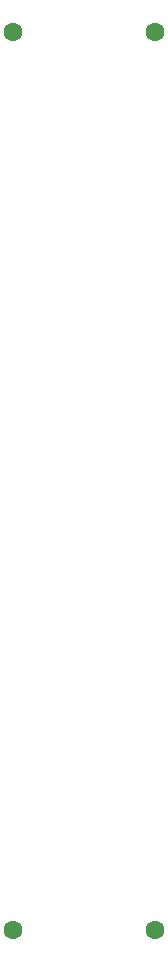
<source format=gbr>
%TF.GenerationSoftware,KiCad,Pcbnew,9.0.4*%
%TF.CreationDate,2025-10-20T17:14:21-05:00*%
%TF.ProjectId,Molecule_18650_Jumper,4d6f6c65-6375-46c6-955f-31383635305f,rev?*%
%TF.SameCoordinates,Original*%
%TF.FileFunction,Soldermask,Top*%
%TF.FilePolarity,Negative*%
%FSLAX46Y46*%
G04 Gerber Fmt 4.6, Leading zero omitted, Abs format (unit mm)*
G04 Created by KiCad (PCBNEW 9.0.4) date 2025-10-20 17:14:21*
%MOMM*%
%LPD*%
G01*
G04 APERTURE LIST*
%ADD10C,1.600000*%
G04 APERTURE END LIST*
D10*
%TO.C,MP4*%
X14000000Y2000000D03*
%TD*%
%TO.C,MP3*%
X14000000Y78000000D03*
%TD*%
%TO.C,MP2*%
X2000000Y78000000D03*
%TD*%
%TO.C,MP1*%
X2000000Y2000000D03*
%TD*%
M02*

</source>
